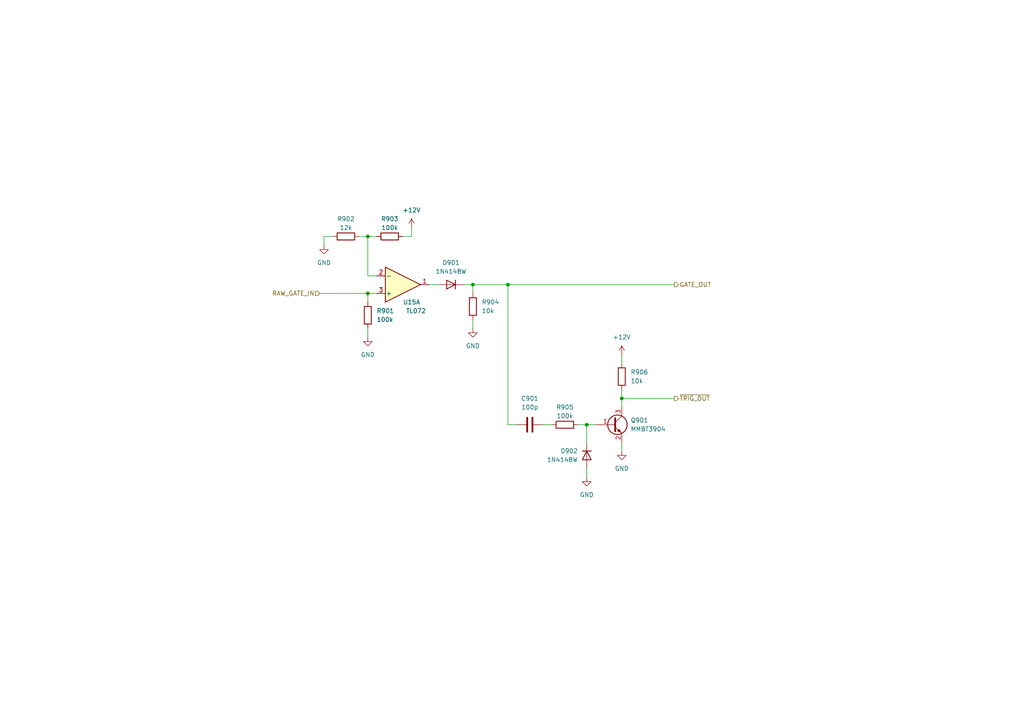
<source format=kicad_sch>
(kicad_sch (version 20211123) (generator eeschema)
  (paper "A4")
  (title_block (title "Micro-Pico Tiny Monosynth") (date "2022-08-28") (rev "0.1") (comment 1 "creativecommons.org/licences/by/4.0") (comment 2 "Licence: CC by 4.0") (comment 3 "Author: Jordan Aceto"))
  (lib_symbols
    (symbol "Amplifier_Operational:TL072" (pin_names (offset 0.127))
      (property "Reference" "U" (at 0 5.08 0))
      (property "Value" "TL072" (at 0 -5.08 0))
      (symbol "TL072_1_1"
        (polyline (pts (xy -5.08 5.08) (xy 5.08 0) (xy -5.08 -5.08) (xy -5.08 5.08)) (stroke (width 0.254)) (fill (type background)))
        (pin output line (at 7.62 0 180) (length 2.54) (name "~") (number "1"))
        (pin input line (at -7.62 -2.54 0) (length 2.54) (name "-") (number "2"))
        (pin input line (at -7.62 2.54 0) (length 2.54) (name "+") (number "3"))
      )
      (symbol "TL072_2_1"
        (polyline (pts (xy -5.08 5.08) (xy 5.08 0) (xy -5.08 -5.08) (xy -5.08 5.08)) (stroke (width 0.254)) (fill (type background)))
        (pin input line (at -7.62 2.54 0) (length 2.54) (name "+") (number "5"))
        (pin input line (at -7.62 -2.54 0) (length 2.54) (name "-") (number "6"))
        (pin output line (at 7.62 0 180) (length 2.54) (name "~") (number "7"))
      )
      (symbol "TL072_3_1"
        (pin power_in line (at -2.54 -7.62 90) (length 3.81) (name "V-") (number "4"))
        (pin power_in line (at -2.54 7.62 270) (length 3.81) (name "V+") (number "8"))
      )
    )
    (symbol "Device:C" (pin_numbers hide) (pin_names (offset 0.254))
      (property "Reference" "C" (at 0.635 2.54 0))
      (property "Value" "C" (at 0.635 -2.54 0))
      (symbol "C_0_1"
        (polyline (pts (xy -2.032 -0.762) (xy 2.032 -0.762)) (stroke (width 0.508)))
        (polyline (pts (xy -2.032 0.762) (xy 2.032 0.762)) (stroke (width 0.508)))
      )
      (symbol "C_1_1"
        (pin passive line (at 0 3.81 270) (length 2.794) (name "~") (number "1"))
        (pin passive line (at 0 -3.81 90) (length 2.794) (name "~") (number "2"))
      )
    )
    (symbol "Device:R" (pin_numbers hide) (pin_names (offset 0))
      (property "Reference" "R" (at 2.032 0 90))
      (property "Value" "R" (at 0 0 90))
      (symbol "R_0_1"
        (rectangle (start -1.016 -2.54) (end 1.016 2.54) (stroke (width 0.254)))
      )
      (symbol "R_1_1"
        (pin passive line (at 0 3.81 270) (length 1.27) (name "~") (number "1"))
        (pin passive line (at 0 -3.81 90) (length 1.27) (name "~") (number "2"))
      )
    )
    (symbol "Diode:1N4148W" (pin_numbers hide) (pin_names (offset 1.016) hide)
      (property "Reference" "D" (at 0 2.54 0))
      (property "Value" "1N4148W" (at 0 -2.54 0))
      (symbol "1N4148W_0_1"
        (polyline (pts (xy -1.27 1.27) (xy -1.27 -1.27)) (stroke (width 0.254)))
        (polyline (pts (xy 1.27 0) (xy -1.27 0)))
        (polyline (pts (xy 1.27 1.27) (xy 1.27 -1.27) (xy -1.27 0) (xy 1.27 1.27)) (stroke (width 0.254)))
      )
      (symbol "1N4148W_1_1"
        (pin passive line (at -3.81 0 0) (length 2.54) (name "K") (number "1"))
        (pin passive line (at 3.81 0 180) (length 2.54) (name "A") (number "2"))
      )
    )
    (symbol "Transistor_BJT:MMBT3904" (pin_names (offset 0) hide)
      (property "Reference" "Q" (at 5.08 1.905 0))
      (property "Value" "MMBT3904" (at 5.08 0 0))
      (symbol "MMBT3904_0_1"
        (polyline (pts (xy 0.635 0.635) (xy 2.54 2.54)))
        (polyline (pts (xy 0.635 -0.635) (xy 2.54 -2.54) (xy 2.54 -2.54)))
        (polyline (pts (xy 0.635 1.905) (xy 0.635 -1.905) (xy 0.635 -1.905)) (stroke (width 0.508)))
        (polyline (pts (xy 1.27 -1.778) (xy 1.778 -1.27) (xy 2.286 -2.286) (xy 1.27 -1.778) (xy 1.27 -1.778)) (fill (type outline)))
        (circle (center 1.27 0) (radius 2.8194) (stroke (width 0.254)))
      )
      (symbol "MMBT3904_1_1"
        (pin input line (at -5.08 0 0) (length 5.715) (name "B") (number "1"))
        (pin passive line (at 2.54 -5.08 90) (length 2.54) (name "E") (number "2"))
        (pin passive line (at 2.54 5.08 270) (length 2.54) (name "C") (number "3"))
      )
    )
    (symbol "power:+12V" (power) (pin_names (offset 0))
      (property "Value" "+12V" (at 0 3.556 0))
      (symbol "+12V_0_1"
        (polyline (pts (xy -0.762 1.27) (xy 0 2.54)))
        (polyline (pts (xy 0 0) (xy 0 2.54)))
        (polyline (pts (xy 0 2.54) (xy 0.762 1.27)))
      )
      (symbol "+12V_1_1"
        (pin power_in line (at 0 0 90) (length 0) hide (name "+12V") (number "1"))
      )
    )
    (symbol "power:GND" (power) (pin_names (offset 0))
      (property "Value" "GND" (at 0 -3.81 0))
      (symbol "GND_0_1"
        (polyline (pts (xy 0 0) (xy 0 -1.27) (xy 1.27 -1.27) (xy 0 -2.54) (xy -1.27 -1.27) (xy 0 -1.27)))
      )
      (symbol "GND_1_1"
        (pin power_in line (at 0 0 270) (length 0) hide (name "GND") (number "1"))
      )
    )
  )
  (junction (at 147.32 82.55))
  (junction (at 180.34 115.57))
  (junction (at 170.18 123.19))
  (junction (at 137.16 82.55))
  (junction (at 106.68 68.58))
  (junction (at 106.68 85.09))
  (wire (pts (xy 119.38 66.04) (xy 119.38 68.58)))
  (wire (pts (xy 134.62 82.55) (xy 137.16 82.55)))
  (wire (pts (xy 170.18 135.89) (xy 170.18 138.43)))
  (wire (pts (xy 180.34 128.27) (xy 180.34 130.81)))
  (wire (pts (xy 104.14 68.58) (xy 106.68 68.58)))
  (wire (pts (xy 167.64 123.19) (xy 170.18 123.19)))
  (wire (pts (xy 119.38 68.58) (xy 116.84 68.58)))
  (wire (pts (xy 109.22 80.01) (xy 106.68 80.01)))
  (wire (pts (xy 180.34 102.87) (xy 180.34 105.41)))
  (wire (pts (xy 124.46 82.55) (xy 127 82.55)))
  (wire (pts (xy 137.16 82.55) (xy 137.16 85.09)))
  (wire (pts (xy 147.32 82.55) (xy 195.58 82.55)))
  (wire (pts (xy 106.68 85.09) (xy 109.22 85.09)))
  (wire (pts (xy 195.58 115.57) (xy 180.34 115.57)))
  (wire (pts (xy 93.98 68.58) (xy 96.52 68.58)))
  (wire (pts (xy 106.68 68.58) (xy 109.22 68.58)))
  (wire (pts (xy 180.34 115.57) (xy 180.34 118.11)))
  (wire (pts (xy 137.16 92.71) (xy 137.16 95.25)))
  (wire (pts (xy 106.68 95.25) (xy 106.68 97.79)))
  (wire (pts (xy 106.68 80.01) (xy 106.68 68.58)))
  (wire (pts (xy 170.18 123.19) (xy 172.72 123.19)))
  (wire (pts (xy 137.16 82.55) (xy 147.32 82.55)))
  (wire (pts (xy 147.32 123.19) (xy 147.32 82.55)))
  (wire (pts (xy 157.48 123.19) (xy 160.02 123.19)))
  (wire (pts (xy 106.68 85.09) (xy 106.68 87.63)))
  (wire (pts (xy 149.86 123.19) (xy 147.32 123.19)))
  (wire (pts (xy 170.18 123.19) (xy 170.18 128.27)))
  (wire (pts (xy 93.98 71.12) (xy 93.98 68.58)))
  (wire (pts (xy 92.71 85.09) (xy 106.68 85.09)))
  (wire (pts (xy 180.34 113.03) (xy 180.34 115.57)))
  (hierarchical_label "RAW_GATE_IN" (shape input) (at 92.71 85.09 180))
  (hierarchical_label "~{TRIG_OUT}" (shape output) (at 195.58 115.57 0))
  (hierarchical_label "GATE_OUT" (shape output) (at 195.58 82.55 0))
  (symbol (lib_id "power:GND") (at 106.68 97.79 0) (unit 1)
    (property "Reference" "#PWR0132" (effects hide))
    (property "Value" "GND" (at 106.68 102.87 0))
  )
  (symbol (lib_id "Transistor_BJT:MMBT3904") (at 177.8 123.19 0) (unit 1)
    (property "Reference" "Q901" (at 182.88 121.9199 0) (effects (justify left)))
    (property "Value" "MMBT3904" (at 182.88 124.4599 0) (effects (justify left)))
    (property "Footprint" "Package_TO_SOT_SMD:SOT-23" (effects hide))
    (property "Datasheet" "https://www.onsemi.com/pub/Collateral/2N3903-D.PDF" (effects hide))
  )
  (symbol (lib_id "power:GND") (at 170.18 138.43 0) (unit 1)
    (property "Reference" "#PWR0901" (effects hide))
    (property "Value" "GND" (at 170.18 143.51 0))
  )
  (symbol (lib_id "Device:R") (at 163.83 123.19 90) (unit 1)
    (property "Reference" "R905" (at 163.83 118.11 90))
    (property "Value" "100k" (at 163.83 120.65 90))
    (property "Footprint" "Resistor_SMD:R_0603_1608Metric" (effects hide))
  )
  (symbol (lib_id "power:GND") (at 180.34 130.81 0) (unit 1)
    (property "Reference" "#PWR0903" (effects hide))
    (property "Value" "GND" (at 180.34 135.89 0))
  )
  (symbol (lib_id "power:+12V") (at 119.38 66.04 0) (unit 1)
    (property "Reference" "#PWR0133" (effects hide))
    (property "Value" "+12V" (at 119.38 60.96 0))
  )
  (symbol (lib_id "Device:C") (at 153.67 123.19 90) (unit 1)
    (property "Reference" "C901" (at 153.67 115.57 90))
    (property "Value" "100p" (at 153.67 118.11 90))
    (property "Footprint" "Capacitor_SMD:C_0603_1608Metric" (effects hide))
  )
  (symbol (lib_id "Device:R") (at 100.33 68.58 90) (unit 1)
    (property "Reference" "R902" (at 100.33 63.5 90))
    (property "Value" "12k" (at 100.33 66.04 90))
    (property "Footprint" "Resistor_SMD:R_0603_1608Metric" (effects hide))
  )
  (symbol (lib_id "Device:R") (at 106.68 91.44 0) (unit 1)
    (property "Reference" "R901" (at 109.22 90.1699 0) (effects (justify left)))
    (property "Value" "100k" (at 109.22 92.7099 0) (effects (justify left)))
    (property "Footprint" "Resistor_SMD:R_0603_1608Metric" (effects hide))
  )
  (symbol (lib_id "Device:R") (at 137.16 88.9 0) (unit 1)
    (property "Reference" "R904" (at 139.7 87.6299 0) (effects (justify left)))
    (property "Value" "10k" (at 139.7 90.1699 0) (effects (justify left)))
    (property "Footprint" "Resistor_SMD:R_0603_1608Metric" (effects hide))
  )
  (symbol (lib_id "Device:R") (at 180.34 109.22 0) (unit 1)
    (property "Reference" "R906" (at 182.88 107.9499 0) (effects (justify left)))
    (property "Value" "10k" (at 182.88 110.4899 0) (effects (justify left)))
    (property "Footprint" "Resistor_SMD:R_0603_1608Metric" (effects hide))
  )
  (symbol (lib_id "power:GND") (at 93.98 71.12 0) (unit 1)
    (property "Reference" "#PWR0131" (effects hide))
    (property "Value" "GND" (at 93.98 76.2 0))
  )
  (symbol (lib_id "Diode:1N4148W") (at 170.18 132.08 270) (unit 1)
    (property "Reference" "D902" (at 167.64 130.8099 90) (effects (justify right)))
    (property "Value" "1N4148W" (at 167.64 133.3499 90) (effects (justify right)))
    (property "Footprint" "Diode_SMD:D_SOD-123" (effects hide))
    (property "Datasheet" "https://www.vishay.com/docs/85748/1n4148w.pdf" (effects hide))
  )
  (symbol (lib_id "Amplifier_Operational:TL072") (at 116.84 82.55 0) (mirror x) (unit 1)
    (property "Reference" "U15" (at 119.38 87.63 0))
    (property "Value" "TL072" (at 120.65 90.17 0))
    (property "Footprint" "Package_SO:SOIC-8_3.9x4.9mm_P1.27mm" (effects hide))
    (property "Datasheet" "http://www.ti.com/lit/ds/symlink/tl071.pdf" (effects hide))
  )
  (symbol (lib_id "power:+12V") (at 180.34 102.87 0) (unit 1)
    (property "Reference" "#PWR0902" (effects hide))
    (property "Value" "+12V" (at 180.34 97.79 0))
  )
  (symbol (lib_id "power:GND") (at 137.16 95.25 0) (unit 1)
    (property "Reference" "#PWR0134" (effects hide))
    (property "Value" "GND" (at 137.16 100.33 0))
  )
  (symbol (lib_id "Device:R") (at 113.03 68.58 90) (unit 1)
    (property "Reference" "R903" (at 113.03 63.5 90))
    (property "Value" "100k" (at 113.03 66.04 90))
    (property "Footprint" "Resistor_SMD:R_0603_1608Metric" (effects hide))
  )
  (symbol (lib_id "Diode:1N4148W") (at 130.81 82.55 180) (unit 1)
    (property "Reference" "D901" (at 130.81 76.2 0))
    (property "Value" "1N4148W" (at 130.81 78.74 0))
    (property "Footprint" "Diode_SMD:D_SOD-123" (effects hide))
    (property "Datasheet" "https://www.vishay.com/docs/85748/1n4148w.pdf" (effects hide))
  )
)
</source>
